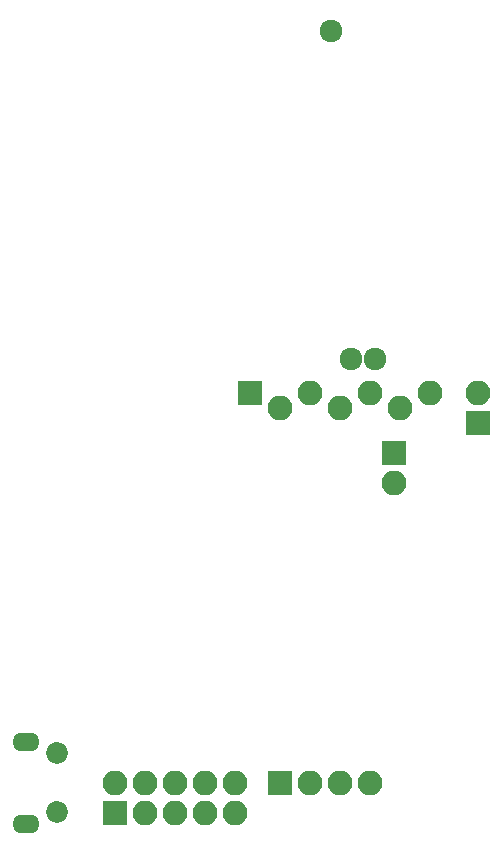
<source format=gbs>
G04 #@! TF.FileFunction,Soldermask,Bot*
%FSLAX46Y46*%
G04 Gerber Fmt 4.6, Leading zero omitted, Abs format (unit mm)*
G04 Created by KiCad (PCBNEW 4.0.7-e2-6376~58~ubuntu16.04.1) date Mon Apr 22 12:57:07 2019*
%MOMM*%
%LPD*%
G01*
G04 APERTURE LIST*
%ADD10C,0.100000*%
%ADD11C,1.924000*%
%ADD12R,2.100000X2.100000*%
%ADD13O,2.100000X2.100000*%
%ADD14C,1.850000*%
%ADD15O,2.300000X1.600000*%
G04 APERTURE END LIST*
D10*
D11*
X192248000Y-73540000D03*
X193948000Y-101240000D03*
X195948000Y-101240000D03*
D12*
X185420000Y-104140000D03*
D13*
X187960000Y-105410000D03*
X190500000Y-104140000D03*
X193040000Y-105410000D03*
X195580000Y-104140000D03*
X198120000Y-105410000D03*
X200660000Y-104140000D03*
D12*
X187960000Y-137160000D03*
D13*
X190500000Y-137160000D03*
X193040000Y-137160000D03*
X195580000Y-137160000D03*
D12*
X204724000Y-106680000D03*
D13*
X204724000Y-104140000D03*
D12*
X197612000Y-109220000D03*
D13*
X197612000Y-111760000D03*
D12*
X173990000Y-139700000D03*
D13*
X173990000Y-137160000D03*
X176530000Y-139700000D03*
X176530000Y-137160000D03*
X179070000Y-139700000D03*
X179070000Y-137160000D03*
X181610000Y-139700000D03*
X181610000Y-137160000D03*
X184150000Y-139700000D03*
X184150000Y-137160000D03*
D14*
X169101000Y-134660000D03*
X169101000Y-139660000D03*
D15*
X166401000Y-133660000D03*
X166401000Y-140660000D03*
M02*

</source>
